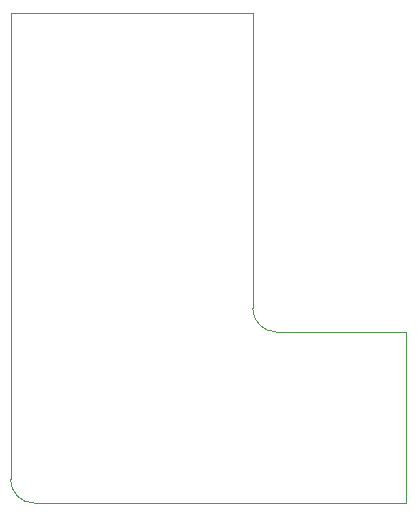
<source format=gbr>
%TF.GenerationSoftware,KiCad,Pcbnew,7.0.1*%
%TF.CreationDate,2025-01-04T09:06:01-08:00*%
%TF.ProjectId,project,70726f6a-6563-4742-9e6b-696361645f70,rev?*%
%TF.SameCoordinates,Original*%
%TF.FileFunction,Profile,NP*%
%FSLAX46Y46*%
G04 Gerber Fmt 4.6, Leading zero omitted, Abs format (unit mm)*
G04 Created by KiCad (PCBNEW 7.0.1) date 2025-01-04 09:06:01*
%MOMM*%
%LPD*%
G01*
G04 APERTURE LIST*
%TA.AperFunction,Profile*%
%ADD10C,0.100000*%
%TD*%
G04 APERTURE END LIST*
D10*
X136000000Y-98500000D02*
G75*
G03*
X138000000Y-100500000I2000000J0D01*
G01*
X115500000Y-73500000D02*
X115500000Y-113000000D01*
X138000000Y-100500000D02*
X149000000Y-100500000D01*
X136000000Y-73500000D02*
X136000000Y-98500000D01*
X115500000Y-113000000D02*
G75*
G03*
X117500000Y-115000000I2000000J0D01*
G01*
X117500000Y-115000000D02*
X149000000Y-115000000D01*
X115500000Y-73500000D02*
X136000000Y-73500000D01*
X149000000Y-100500000D02*
X149000000Y-115000000D01*
M02*

</source>
